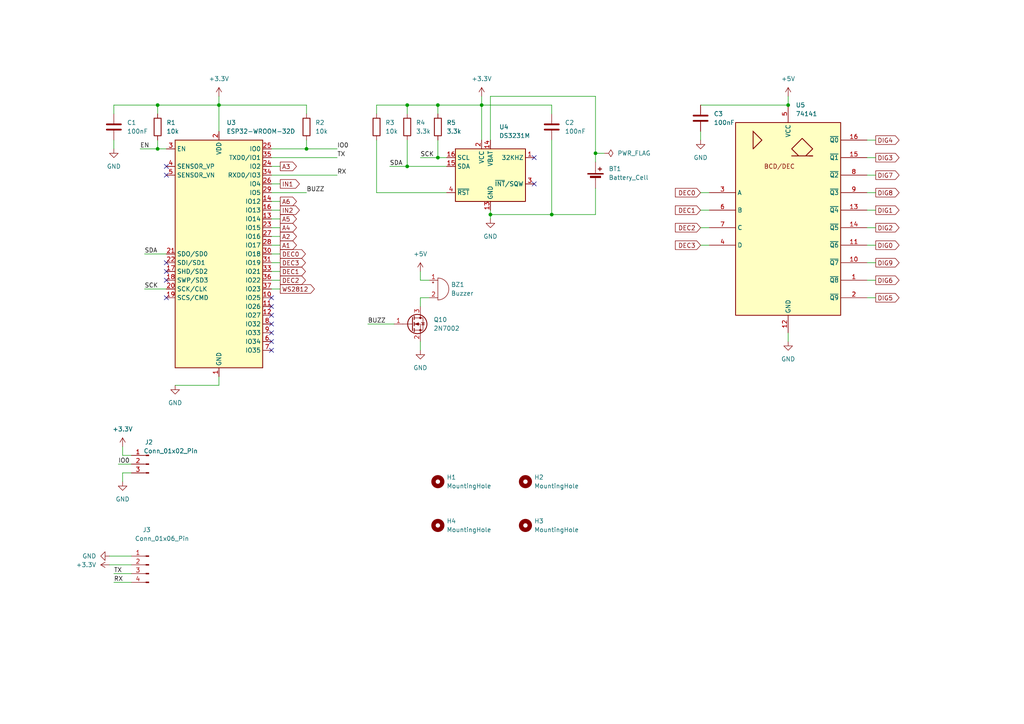
<source format=kicad_sch>
(kicad_sch (version 20230121) (generator eeschema)
  (paper "A4")
  (lib_symbols
    (symbol "74xx_IEEE:74141"
      (property "Reference" "U" (at 0 0 0))
      (property "Value" "74141" (at 15.24 -30.48 0))
      (symbol "74141_0_0"
        (polyline (pts (xy 7.112 18.288) (xy 6.096 18.288) (xy 6.096 18.288)) (stroke (width 0.254)) (fill (type background)))
        (polyline (pts (xy -10.16 25.4) (xy -10.16 20.32) (xy -7.62 22.86) (xy -10.16 25.4) (xy -10.16 25.4)) (stroke (width 0.254)) (fill (type background)))
        (polyline (pts (xy 5.08 18.288) (xy 7.112 20.32) (xy 4.064 23.368) (xy 1.016 20.32) (xy 3.048 18.288) (xy 1.016 18.288) (xy 7.112 18.288)) (stroke (width 0.254)) (fill (type background)))
        (text "BCD/DEC" (at -2.54 15.24 0) (effects (font (size 1.27 1.27))))
        (pin power_in line (at 0 -33.02 90) (length 5.08) (name "GND") (number "12"))
        (pin power_in line (at 0 33.02 270) (length 5.08) (name "VCC") (number "5"))
      )
      (symbol "74141_0_1"
        (rectangle (start -15.24 27.94) (end 15.24 -27.94) (stroke (width 0.254)) (fill (type background)))
      )
      (symbol "74141_1_1"
        (pin open_collector line (at 22.86 -17.78 180) (length 7.62) (name "~{Q8}") (number "1"))
        (pin open_collector line (at 22.86 -12.7 180) (length 7.62) (name "~{Q7}") (number "10"))
        (pin open_collector line (at 22.86 -7.62 180) (length 7.62) (name "~{Q6}") (number "11"))
        (pin open_collector line (at 22.86 2.54 180) (length 7.62) (name "~{Q4}") (number "13"))
        (pin open_collector line (at 22.86 -2.54 180) (length 7.62) (name "~{Q5}") (number "14"))
        (pin open_collector line (at 22.86 17.78 180) (length 7.62) (name "~{Q1}") (number "15"))
        (pin open_collector line (at 22.86 22.86 180) (length 7.62) (name "~{Q0}") (number "16"))
        (pin open_collector line (at 22.86 -22.86 180) (length 7.62) (name "~{Q9}") (number "2"))
        (pin input line (at -22.86 7.62 0) (length 7.62) (name "A") (number "3"))
        (pin input line (at -22.86 -7.62 0) (length 7.62) (name "D") (number "4"))
        (pin input line (at -22.86 2.54 0) (length 7.62) (name "B") (number "6"))
        (pin input line (at -22.86 -2.54 0) (length 7.62) (name "C") (number "7"))
        (pin open_collector line (at 22.86 12.7 180) (length 7.62) (name "~{Q2}") (number "8"))
        (pin open_collector line (at 22.86 7.62 180) (length 7.62) (name "~{Q3}") (number "9"))
      )
    )
    (symbol "Connector:Conn_01x03_Pin" (pin_names (offset 1.016) hide)
      (property "Reference" "J" (at 0 5.08 0))
      (property "Value" "Conn_01x03_Pin" (at 0 -5.08 0))
      (symbol "Conn_01x03_Pin_1_1"
        (polyline (pts (xy 1.27 -2.54) (xy 0.8636 -2.54)) (stroke (width 0.1524)))
        (polyline (pts (xy 1.27 0) (xy 0.8636 0)) (stroke (width 0.1524)))
        (polyline (pts (xy 1.27 2.54) (xy 0.8636 2.54)) (stroke (width 0.1524)))
        (rectangle (start 0.8636 -2.413) (end 0 -2.667) (stroke (width 0.1524)) (fill (type outline)))
        (rectangle (start 0.8636 0.127) (end 0 -0.127) (stroke (width 0.1524)) (fill (type outline)))
        (rectangle (start 0.8636 2.667) (end 0 2.413) (stroke (width 0.1524)) (fill (type outline)))
        (pin passive line (at 5.08 2.54 180) (length 3.81) (name "Pin_1") (number "1"))
        (pin passive line (at 5.08 0 180) (length 3.81) (name "Pin_2") (number "2"))
        (pin passive line (at 5.08 -2.54 180) (length 3.81) (name "Pin_3") (number "3"))
      )
    )
    (symbol "Connector:Conn_01x04_Pin" (pin_names (offset 1.016) hide)
      (property "Reference" "J" (at 0 5.08 0))
      (property "Value" "Conn_01x04_Pin" (at 0 -7.62 0))
      (symbol "Conn_01x04_Pin_1_1"
        (polyline (pts (xy 1.27 -5.08) (xy 0.8636 -5.08)) (stroke (width 0.1524)))
        (polyline (pts (xy 1.27 -2.54) (xy 0.8636 -2.54)) (stroke (width 0.1524)))
        (polyline (pts (xy 1.27 0) (xy 0.8636 0)) (stroke (width 0.1524)))
        (polyline (pts (xy 1.27 2.54) (xy 0.8636 2.54)) (stroke (width 0.1524)))
        (rectangle (start 0.8636 -4.953) (end 0 -5.207) (stroke (width 0.1524)) (fill (type outline)))
        (rectangle (start 0.8636 -2.413) (end 0 -2.667) (stroke (width 0.1524)) (fill (type outline)))
        (rectangle (start 0.8636 0.127) (end 0 -0.127) (stroke (width 0.1524)) (fill (type outline)))
        (rectangle (start 0.8636 2.667) (end 0 2.413) (stroke (width 0.1524)) (fill (type outline)))
        (pin passive line (at 5.08 2.54 180) (length 3.81) (name "Pin_1") (number "1"))
        (pin passive line (at 5.08 0 180) (length 3.81) (name "Pin_2") (number "2"))
        (pin passive line (at 5.08 -2.54 180) (length 3.81) (name "Pin_3") (number "3"))
        (pin passive line (at 5.08 -5.08 180) (length 3.81) (name "Pin_4") (number "4"))
      )
    )
    (symbol "Device:Battery_Cell" (pin_numbers hide) (pin_names (offset 0) hide)
      (property "Reference" "BT" (at 2.54 2.54 0))
      (property "Value" "Battery_Cell" (at 2.54 0 0))
      (symbol "Battery_Cell_0_1"
        (rectangle (start -2.286 1.778) (end 2.286 1.524) (fill (type outline)))
        (rectangle (start -1.524 1.016) (end 1.524 0.508) (fill (type outline)))
        (polyline (pts (xy 0 0.762) (xy 0 0)))
        (polyline (pts (xy 0 1.778) (xy 0 2.54)))
        (polyline (pts (xy 0.762 3.048) (xy 1.778 3.048)) (stroke (width 0.254)))
        (polyline (pts (xy 1.27 3.556) (xy 1.27 2.54)) (stroke (width 0.254)))
      )
      (symbol "Battery_Cell_1_1"
        (pin passive line (at 0 5.08 270) (length 2.54) (name "+") (number "1"))
        (pin passive line (at 0 -2.54 90) (length 2.54) (name "-") (number "2"))
      )
    )
    (symbol "Device:Buzzer" (pin_names (offset 0.0254) hide)
      (property "Reference" "BZ" (at 3.81 1.27 0))
      (property "Value" "Buzzer" (at 3.81 -1.27 0))
      (symbol "Buzzer_0_1"
        (arc (start 0 -3.175) (mid 3.1612 0) (end 0 3.175))
        (polyline (pts (xy -1.651 1.905) (xy -1.143 1.905)))
        (polyline (pts (xy -1.397 2.159) (xy -1.397 1.651)))
        (polyline (pts (xy 0 3.175) (xy 0 -3.175)))
      )
      (symbol "Buzzer_1_1"
        (pin passive line (at -2.54 2.54 0) (length 2.54) (name "+") (number "1"))
        (pin passive line (at -2.54 -2.54 0) (length 2.54) (name "-") (number "2"))
      )
    )
    (symbol "Device:C" (pin_numbers hide) (pin_names (offset 0.254))
      (property "Reference" "C" (at 0.635 2.54 0))
      (property "Value" "C" (at 0.635 -2.54 0))
      (symbol "C_0_1"
        (polyline (pts (xy -2.032 -0.762) (xy 2.032 -0.762)) (stroke (width 0.508)))
        (polyline (pts (xy -2.032 0.762) (xy 2.032 0.762)) (stroke (width 0.508)))
      )
      (symbol "C_1_1"
        (pin passive line (at 0 3.81 270) (length 2.794) (name "~") (number "1"))
        (pin passive line (at 0 -3.81 90) (length 2.794) (name "~") (number "2"))
      )
    )
    (symbol "Device:R" (pin_numbers hide) (pin_names (offset 0))
      (property "Reference" "R" (at 2.032 0 90))
      (property "Value" "R" (at 0 0 90))
      (symbol "R_0_1"
        (rectangle (start -1.016 -2.54) (end 1.016 2.54) (stroke (width 0.254)))
      )
      (symbol "R_1_1"
        (pin passive line (at 0 3.81 270) (length 1.27) (name "~") (number "1"))
        (pin passive line (at 0 -3.81 90) (length 1.27) (name "~") (number "2"))
      )
    )
    (symbol "Mechanical:MountingHole" (pin_names (offset 1.016))
      (property "Reference" "H" (at 0 5.08 0))
      (property "Value" "MountingHole" (at 0 3.175 0))
      (symbol "MountingHole_0_1"
        (circle (center 0 0) (radius 1.27) (stroke (width 1.27)))
      )
    )
    (symbol "RF_Module:ESP32-WROOM-32D"
      (property "Reference" "U" (at -12.7 34.29 0))
      (property "Value" "ESP32-WROOM-32D" (at 1.27 34.29 0))
      (symbol "ESP32-WROOM-32D_0_1"
        (rectangle (start -12.7 33.02) (end 12.7 -33.02) (stroke (width 0.254)) (fill (type background)))
      )
      (symbol "ESP32-WROOM-32D_1_1"
        (pin power_in line (at 0 -35.56 90) (length 2.54) (name "GND") (number "1"))
        (pin bidirectional line (at 15.24 -12.7 180) (length 2.54) (name "IO25") (number "10"))
        (pin bidirectional line (at 15.24 -15.24 180) (length 2.54) (name "IO26") (number "11"))
        (pin bidirectional line (at 15.24 -17.78 180) (length 2.54) (name "IO27") (number "12"))
        (pin bidirectional line (at 15.24 10.16 180) (length 2.54) (name "IO14") (number "13"))
        (pin bidirectional line (at 15.24 15.24 180) (length 2.54) (name "IO12") (number "14"))
        (pin passive line (at 0 -35.56 90) (length 2.54) hide (name "GND") (number "15"))
        (pin bidirectional line (at 15.24 12.7 180) (length 2.54) (name "IO13") (number "16"))
        (pin bidirectional line (at -15.24 -5.08 0) (length 2.54) (name "SHD/SD2") (number "17"))
        (pin bidirectional line (at -15.24 -7.62 0) (length 2.54) (name "SWP/SD3") (number "18"))
        (pin bidirectional line (at -15.24 -12.7 0) (length 2.54) (name "SCS/CMD") (number "19"))
        (pin power_in line (at 0 35.56 270) (length 2.54) (name "VDD") (number "2"))
        (pin bidirectional line (at -15.24 -10.16 0) (length 2.54) (name "SCK/CLK") (number "20"))
        (pin bidirectional line (at -15.24 0 0) (length 2.54) (name "SDO/SD0") (number "21"))
        (pin bidirectional line (at -15.24 -2.54 0) (length 2.54) (name "SDI/SD1") (number "22"))
        (pin bidirectional line (at 15.24 7.62 180) (length 2.54) (name "IO15") (number "23"))
        (pin bidirectional line (at 15.24 25.4 180) (length 2.54) (name "IO2") (number "24"))
        (pin bidirectional line (at 15.24 30.48 180) (length 2.54) (name "IO0") (number "25"))
        (pin bidirectional line (at 15.24 20.32 180) (length 2.54) (name "IO4") (number "26"))
        (pin bidirectional line (at 15.24 5.08 180) (length 2.54) (name "IO16") (number "27"))
        (pin bidirectional line (at 15.24 2.54 180) (length 2.54) (name "IO17") (number "28"))
        (pin bidirectional line (at 15.24 17.78 180) (length 2.54) (name "IO5") (number "29"))
        (pin input line (at -15.24 30.48 0) (length 2.54) (name "EN") (number "3"))
        (pin bidirectional line (at 15.24 0 180) (length 2.54) (name "IO18") (number "30"))
        (pin bidirectional line (at 15.24 -2.54 180) (length 2.54) (name "IO19") (number "31"))
        (pin no_connect line (at -12.7 -27.94 0) (length 2.54) hide (name "NC") (number "32"))
        (pin bidirectional line (at 15.24 -5.08 180) (length 2.54) (name "IO21") (number "33"))
        (pin bidirectional line (at 15.24 22.86 180) (length 2.54) (name "RXD0/IO3") (number "34"))
        (pin bidirectional line (at 15.24 27.94 180) (length 2.54) (name "TXD0/IO1") (number "35"))
        (pin bidirectional line (at 15.24 -7.62 180) (length 2.54) (name "IO22") (number "36"))
        (pin bidirectional line (at 15.24 -10.16 180) (length 2.54) (name "IO23") (number "37"))
        (pin passive line (at 0 -35.56 90) (length 2.54) hide (name "GND") (number "38"))
        (pin passive line (at 0 -35.56 90) (length 2.54) hide (name "GND") (number "39"))
        (pin input line (at -15.24 25.4 0) (length 2.54) (name "SENSOR_VP") (number "4"))
        (pin input line (at -15.24 22.86 0) (length 2.54) (name "SENSOR_VN") (number "5"))
        (pin input line (at 15.24 -25.4 180) (length 2.54) (name "IO34") (number "6"))
        (pin input line (at 15.24 -27.94 180) (length 2.54) (name "IO35") (number "7"))
        (pin bidirectional line (at 15.24 -20.32 180) (length 2.54) (name "IO32") (number "8"))
        (pin bidirectional line (at 15.24 -22.86 180) (length 2.54) (name "IO33") (number "9"))
      )
    )
    (symbol "Timer_RTC:DS3231M"
      (property "Reference" "U" (at -7.62 8.89 0))
      (property "Value" "DS3231M" (at 10.16 8.89 0))
      (symbol "DS3231M_0_1"
        (rectangle (start -10.16 7.62) (end 10.16 -7.62) (stroke (width 0.254)) (fill (type background)))
      )
      (symbol "DS3231M_1_1"
        (pin open_collector line (at 12.7 5.08 180) (length 2.54) (name "32KHZ") (number "1"))
        (pin passive line (at 0 -10.16 90) (length 2.54) hide (name "GND") (number "10"))
        (pin passive line (at 0 -10.16 90) (length 2.54) hide (name "GND") (number "11"))
        (pin passive line (at 0 -10.16 90) (length 2.54) hide (name "GND") (number "12"))
        (pin power_in line (at 0 -10.16 90) (length 2.54) (name "GND") (number "13"))
        (pin power_in line (at 0 10.16 270) (length 2.54) (name "VBAT") (number "14"))
        (pin bidirectional line (at -12.7 2.54 0) (length 2.54) (name "SDA") (number "15"))
        (pin input line (at -12.7 5.08 0) (length 2.54) (name "SCL") (number "16"))
        (pin power_in line (at -2.54 10.16 270) (length 2.54) (name "VCC") (number "2"))
        (pin open_collector line (at 12.7 -2.54 180) (length 2.54) (name "~{INT}/SQW") (number "3"))
        (pin bidirectional line (at -12.7 -5.08 0) (length 2.54) (name "~{RST}") (number "4"))
        (pin passive line (at 0 -10.16 90) (length 2.54) hide (name "GND") (number "5"))
        (pin passive line (at 0 -10.16 90) (length 2.54) hide (name "GND") (number "6"))
        (pin passive line (at 0 -10.16 90) (length 2.54) hide (name "GND") (number "7"))
        (pin passive line (at 0 -10.16 90) (length 2.54) hide (name "GND") (number "8"))
        (pin passive line (at 0 -10.16 90) (length 2.54) hide (name "GND") (number "9"))
      )
    )
    (symbol "Transistor_FET:2N7002" (pin_names hide)
      (property "Reference" "Q" (at 5.08 1.905 0))
      (property "Value" "2N7002" (at 5.08 0 0))
      (symbol "2N7002_0_1"
        (polyline (pts (xy 0.254 0) (xy -2.54 0)))
        (polyline (pts (xy 0.254 1.905) (xy 0.254 -1.905)) (stroke (width 0.254)))
        (polyline (pts (xy 0.762 -1.27) (xy 0.762 -2.286)) (stroke (width 0.254)))
        (polyline (pts (xy 0.762 0.508) (xy 0.762 -0.508)) (stroke (width 0.254)))
        (polyline (pts (xy 0.762 2.286) (xy 0.762 1.27)) (stroke (width 0.254)))
        (polyline (pts (xy 2.54 2.54) (xy 2.54 1.778)))
        (polyline (pts (xy 2.54 -2.54) (xy 2.54 0) (xy 0.762 0)))
        (polyline (pts (xy 0.762 -1.778) (xy 3.302 -1.778) (xy 3.302 1.778) (xy 0.762 1.778)))
        (polyline (pts (xy 1.016 0) (xy 2.032 0.381) (xy 2.032 -0.381) (xy 1.016 0)) (fill (type outline)))
        (polyline (pts (xy 2.794 0.508) (xy 2.921 0.381) (xy 3.683 0.381) (xy 3.81 0.254)))
        (polyline (pts (xy 3.302 0.381) (xy 2.921 -0.254) (xy 3.683 -0.254) (xy 3.302 0.381)))
        (circle (center 1.651 0) (radius 2.794) (stroke (width 0.254)))
        (circle (center 2.54 -1.778) (radius 0.254) (fill (type outline)))
        (circle (center 2.54 1.778) (radius 0.254) (fill (type outline)))
      )
      (symbol "2N7002_1_1"
        (pin input line (at -5.08 0 0) (length 2.54) (name "G") (number "1"))
        (pin passive line (at 2.54 -5.08 90) (length 2.54) (name "S") (number "2"))
        (pin passive line (at 2.54 5.08 270) (length 2.54) (name "D") (number "3"))
      )
    )
    (symbol "power:+3.3V" (power) (pin_names (offset 0))
      (property "Value" "+3.3V" (at 0 3.556 0))
      (symbol "+3.3V_0_1"
        (polyline (pts (xy -0.762 1.27) (xy 0 2.54)))
        (polyline (pts (xy 0 0) (xy 0 2.54)))
        (polyline (pts (xy 0 2.54) (xy 0.762 1.27)))
      )
      (symbol "+3.3V_1_1"
        (pin power_in line (at 0 0 90) (length 0) hide (name "+3.3V") (number "1"))
      )
    )
    (symbol "power:+5V" (power) (pin_names (offset 0))
      (property "Value" "+5V" (at 0 3.556 0))
      (symbol "+5V_0_1"
        (polyline (pts (xy -0.762 1.27) (xy 0 2.54)))
        (polyline (pts (xy 0 0) (xy 0 2.54)))
        (polyline (pts (xy 0 2.54) (xy 0.762 1.27)))
      )
      (symbol "+5V_1_1"
        (pin power_in line (at 0 0 90) (length 0) hide (name "+5V") (number "1"))
      )
    )
    (symbol "power:GND" (power) (pin_names (offset 0))
      (property "Value" "GND" (at 0 -3.81 0))
      (symbol "GND_0_1"
        (polyline (pts (xy 0 0) (xy 0 -1.27) (xy 1.27 -1.27) (xy 0 -2.54) (xy -1.27 -1.27) (xy 0 -1.27)))
      )
      (symbol "GND_1_1"
        (pin power_in line (at 0 0 270) (length 0) hide (name "GND") (number "1"))
      )
    )
    (symbol "power:PWR_FLAG" (power) (pin_numbers hide) (pin_names (offset 0) hide)
      (property "Value" "PWR_FLAG" (at 0 3.81 0))
      (symbol "PWR_FLAG_0_0"
        (pin power_out line (at 0 0 90) (length 0) (name "pwr") (number "1"))
      )
      (symbol "PWR_FLAG_0_1"
        (polyline (pts (xy 0 0) (xy 0 1.27) (xy -1.016 1.905) (xy 0 2.54) (xy 1.016 1.905) (xy 0 1.27)))
      )
    )
  )
  (junction (at 139.7 30.48))
  (junction (at 127 45.72))
  (junction (at 172.72 44.45))
  (junction (at 228.6 30.48))
  (junction (at 118.11 48.26))
  (junction (at 118.11 30.48))
  (junction (at 142.24 62.23))
  (junction (at 45.72 30.48))
  (junction (at 63.5 30.48))
  (junction (at 127 30.48))
  (junction (at 88.9 43.18))
  (junction (at 45.72 43.18))
  (junction (at 160.02 62.23))
  (no_connect (at 48.26 48.26))
  (no_connect (at 154.94 53.34))
  (no_connect (at 78.74 99.06))
  (no_connect (at 48.26 76.2))
  (no_connect (at 48.26 50.8))
  (no_connect (at 78.74 86.36))
  (no_connect (at 48.26 81.28))
  (no_connect (at 78.74 101.6))
  (no_connect (at 78.74 91.44))
  (no_connect (at 78.74 88.9))
  (no_connect (at 78.74 93.98))
  (no_connect (at 48.26 78.74))
  (no_connect (at 154.94 45.72))
  (no_connect (at 48.26 86.36))
  (no_connect (at 78.74 96.52))
  (wire (pts (xy 251.46 71.12) (xy 254 71.12)))
  (wire (pts (xy 78.74 63.5) (xy 81.28 63.5)))
  (wire (pts (xy 78.74 60.96) (xy 81.28 60.96)))
  (wire (pts (xy 251.46 60.96) (xy 254 60.96)))
  (wire (pts (xy 121.92 45.72) (xy 127 45.72)))
  (wire (pts (xy 78.74 50.8) (xy 97.79 50.8)))
  (wire (pts (xy 109.22 30.48) (xy 109.22 33.02)))
  (wire (pts (xy 78.74 66.04) (xy 81.28 66.04)))
  (wire (pts (xy 118.11 48.26) (xy 129.54 48.26)))
  (wire (pts (xy 172.72 44.45) (xy 172.72 27.94)))
  (wire (pts (xy 142.24 60.96) (xy 142.24 62.23)))
  (wire (pts (xy 139.7 27.94) (xy 139.7 30.48)))
  (wire (pts (xy 118.11 30.48) (xy 118.11 33.02)))
  (wire (pts (xy 121.92 86.36) (xy 121.92 88.9)))
  (wire (pts (xy 78.74 45.72) (xy 97.79 45.72)))
  (wire (pts (xy 139.7 30.48) (xy 160.02 30.48)))
  (wire (pts (xy 203.2 30.48) (xy 228.6 30.48)))
  (wire (pts (xy 78.74 55.88) (xy 88.9 55.88)))
  (wire (pts (xy 160.02 62.23) (xy 142.24 62.23)))
  (wire (pts (xy 33.02 166.37) (xy 38.1 166.37)))
  (wire (pts (xy 109.22 30.48) (xy 118.11 30.48)))
  (wire (pts (xy 251.46 86.36) (xy 254 86.36)))
  (wire (pts (xy 63.5 109.22) (xy 63.5 111.76)))
  (wire (pts (xy 31.75 163.83) (xy 38.1 163.83)))
  (wire (pts (xy 78.74 58.42) (xy 81.28 58.42)))
  (wire (pts (xy 172.72 27.94) (xy 142.24 27.94)))
  (wire (pts (xy 33.02 30.48) (xy 45.72 30.48)))
  (wire (pts (xy 40.64 43.18) (xy 45.72 43.18)))
  (wire (pts (xy 251.46 50.8) (xy 254 50.8)))
  (wire (pts (xy 203.2 38.1) (xy 203.2 40.64)))
  (wire (pts (xy 172.72 54.61) (xy 172.72 62.23)))
  (wire (pts (xy 41.91 83.82) (xy 48.26 83.82)))
  (wire (pts (xy 34.29 134.62) (xy 38.1 134.62)))
  (wire (pts (xy 78.74 78.74) (xy 81.28 78.74)))
  (wire (pts (xy 124.46 86.36) (xy 121.92 86.36)))
  (wire (pts (xy 160.02 33.02) (xy 160.02 30.48)))
  (wire (pts (xy 88.9 30.48) (xy 63.5 30.48)))
  (wire (pts (xy 109.22 55.88) (xy 129.54 55.88)))
  (wire (pts (xy 251.46 40.64) (xy 254 40.64)))
  (wire (pts (xy 172.72 46.99) (xy 172.72 44.45)))
  (wire (pts (xy 63.5 30.48) (xy 63.5 38.1)))
  (wire (pts (xy 33.02 40.64) (xy 33.02 43.18)))
  (wire (pts (xy 33.02 33.02) (xy 33.02 30.48)))
  (wire (pts (xy 33.02 168.91) (xy 38.1 168.91)))
  (wire (pts (xy 78.74 71.12) (xy 81.28 71.12)))
  (wire (pts (xy 251.46 55.88) (xy 254 55.88)))
  (wire (pts (xy 203.2 71.12) (xy 205.74 71.12)))
  (wire (pts (xy 31.75 161.29) (xy 38.1 161.29)))
  (wire (pts (xy 203.2 66.04) (xy 205.74 66.04)))
  (wire (pts (xy 35.56 139.7) (xy 35.56 137.16)))
  (wire (pts (xy 142.24 27.94) (xy 142.24 40.64)))
  (wire (pts (xy 88.9 33.02) (xy 88.9 30.48)))
  (wire (pts (xy 251.46 66.04) (xy 254 66.04)))
  (wire (pts (xy 203.2 60.96) (xy 205.74 60.96)))
  (wire (pts (xy 127 45.72) (xy 129.54 45.72)))
  (wire (pts (xy 38.1 132.08) (xy 35.56 132.08)))
  (wire (pts (xy 78.74 48.26) (xy 81.28 48.26)))
  (wire (pts (xy 78.74 76.2) (xy 81.28 76.2)))
  (wire (pts (xy 88.9 40.64) (xy 88.9 43.18)))
  (wire (pts (xy 139.7 30.48) (xy 139.7 40.64)))
  (wire (pts (xy 172.72 62.23) (xy 160.02 62.23)))
  (wire (pts (xy 113.03 48.26) (xy 118.11 48.26)))
  (wire (pts (xy 45.72 30.48) (xy 63.5 30.48)))
  (wire (pts (xy 78.74 83.82) (xy 81.28 83.82)))
  (wire (pts (xy 228.6 27.94) (xy 228.6 30.48)))
  (wire (pts (xy 88.9 43.18) (xy 97.79 43.18)))
  (wire (pts (xy 78.74 81.28) (xy 81.28 81.28)))
  (wire (pts (xy 121.92 81.28) (xy 124.46 81.28)))
  (wire (pts (xy 127 30.48) (xy 127 33.02)))
  (wire (pts (xy 45.72 30.48) (xy 45.72 33.02)))
  (wire (pts (xy 127 30.48) (xy 139.7 30.48)))
  (wire (pts (xy 251.46 45.72) (xy 254 45.72)))
  (wire (pts (xy 121.92 99.06) (xy 121.92 101.6)))
  (wire (pts (xy 63.5 111.76) (xy 50.8 111.76)))
  (wire (pts (xy 41.91 73.66) (xy 48.26 73.66)))
  (wire (pts (xy 251.46 76.2) (xy 254 76.2)))
  (wire (pts (xy 127 40.64) (xy 127 45.72)))
  (wire (pts (xy 121.92 78.74) (xy 121.92 81.28)))
  (wire (pts (xy 35.56 132.08) (xy 35.56 129.54)))
  (wire (pts (xy 78.74 53.34) (xy 81.28 53.34)))
  (wire (pts (xy 63.5 27.94) (xy 63.5 30.48)))
  (wire (pts (xy 106.68 93.98) (xy 114.3 93.98)))
  (wire (pts (xy 172.72 44.45) (xy 175.26 44.45)))
  (wire (pts (xy 78.74 43.18) (xy 88.9 43.18)))
  (wire (pts (xy 118.11 40.64) (xy 118.11 48.26)))
  (wire (pts (xy 203.2 55.88) (xy 205.74 55.88)))
  (wire (pts (xy 160.02 40.64) (xy 160.02 62.23)))
  (wire (pts (xy 45.72 40.64) (xy 45.72 43.18)))
  (wire (pts (xy 45.72 43.18) (xy 48.26 43.18)))
  (wire (pts (xy 251.46 81.28) (xy 254 81.28)))
  (wire (pts (xy 78.74 68.58) (xy 81.28 68.58)))
  (wire (pts (xy 228.6 96.52) (xy 228.6 99.06)))
  (wire (pts (xy 109.22 40.64) (xy 109.22 55.88)))
  (wire (pts (xy 118.11 30.48) (xy 127 30.48)))
  (wire (pts (xy 35.56 137.16) (xy 38.1 137.16)))
  (wire (pts (xy 142.24 62.23) (xy 142.24 63.5)))
  (wire (pts (xy 78.74 73.66) (xy 81.28 73.66)))
  (label "TX" (at 33.02 166.37 0))
  (label "SDA" (at 113.03 48.26 0))
  (label "SCK" (at 121.92 45.72 0))
  (label "BUZZ" (at 106.68 93.98 0))
  (label "IO0" (at 97.79 43.18 0))
  (label "BUZZ" (at 88.9 55.88 0))
  (label "TX" (at 97.79 45.72 0))
  (label "EN" (at 40.64 43.18 0))
  (label "SCK" (at 41.91 83.82 0))
  (label "IO0" (at 34.29 134.62 0))
  (label "RX" (at 33.02 168.91 0))
  (label "RX" (at 97.79 50.8 0))
  (label "SDA" (at 41.91 73.66 0))
  (global_label "DIG9" (shape output) (at 254 76.2 0) (property "Intersheetrefs" "${INTERSHEET_REFS}" (effects hide)))
  (global_label "IN2" (shape output) (at 81.28 60.96 0) (property "Intersheetrefs" "${INTERSHEET_REFS}" (effects hide)))
  (global_label "DEC3" (shape output) (at 81.28 76.2 0) (property "Intersheetrefs" "${INTERSHEET_REFS}" (effects hide)))
  (global_label "DIG0" (shape output) (at 254 71.12 0) (property "Intersheetrefs" "${INTERSHEET_REFS}" (effects hide)))
  (global_label "DIG7" (shape output) (at 254 50.8 0) (property "Intersheetrefs" "${INTERSHEET_REFS}" (effects hide)))
  (global_label "DIG3" (shape output) (at 254 45.72 0) (property "Intersheetrefs" "${INTERSHEET_REFS}" (effects hide)))
  (global_label "A1" (shape output) (at 81.28 71.12 0) (property "Intersheetrefs" "${INTERSHEET_REFS}" (effects hide)))
  (global_label "DIG8" (shape output) (at 254 55.88 0) (property "Intersheetrefs" "${INTERSHEET_REFS}" (effects hide)))
  (global_label "DEC2" (shape input) (at 203.2 66.04 180) (property "Intersheetrefs" "${INTERSHEET_REFS}" (effects hide)))
  (global_label "IN1" (shape output) (at 81.28 53.34 0) (property "Intersheetrefs" "${INTERSHEET_REFS}" (effects hide)))
  (global_label "A5" (shape output) (at 81.28 63.5 0) (property "Intersheetrefs" "${INTERSHEET_REFS}" (effects hide)))
  (global_label "DEC1" (shape output) (at 81.28 78.74 0) (property "Intersheetrefs" "${INTERSHEET_REFS}" (effects hide)))
  (global_label "DIG1" (shape output) (at 254 60.96 0) (property "Intersheetrefs" "${INTERSHEET_REFS}" (effects hide)))
  (global_label "DIG2" (shape output) (at 254 66.04 0) (property "Intersheetrefs" "${INTERSHEET_REFS}" (effects hide)))
  (global_label "DEC1" (shape input) (at 203.2 60.96 180) (property "Intersheetrefs" "${INTERSHEET_REFS}" (effects hide)))
  (global_label "DEC0" (shape input) (at 203.2 55.88 180) (property "Intersheetrefs" "${INTERSHEET_REFS}" (effects hide)))
  (global_label "DEC2" (shape output) (at 81.28 81.28 0) (property "Intersheetrefs" "${INTERSHEET_REFS}" (effects hide)))
  (global_label "DIG4" (shape output) (at 254 40.64 0) (property "Intersheetrefs" "${INTERSHEET_REFS}" (effects hide)))
  (global_label "DIG6" (shape output) (at 254 81.28 0) (property "Intersheetrefs" "${INTERSHEET_REFS}" (effects hide)))
  (global_label "WS2812" (shape output) (at 81.28 83.82 0) (property "Intersheetrefs" "${INTERSHEET_REFS}" (effects hide)))
  (global_label "A2" (shape output) (at 81.28 68.58 0) (property "Intersheetrefs" "${INTERSHEET_REFS}" (effects hide)))
  (global_label "DIG5" (shape output) (at 254 86.36 0) (property "Intersheetrefs" "${INTERSHEET_REFS}" (effects hide)))
  (global_label "A3" (shape output) (at 81.28 48.26 0) (property "Intersheetrefs" "${INTERSHEET_REFS}" (effects hide)))
  (global_label "A6" (shape output) (at 81.28 58.42 0) (property "Intersheetrefs" "${INTERSHEET_REFS}" (effects hide)))
  (global_label "A4" (shape output) (at 81.28 66.04 0) (property "Intersheetrefs" "${INTERSHEET_REFS}" (effects hide)))
  (global_label "DEC0" (shape output) (at 81.28 73.66 0) (property "Intersheetrefs" "${INTERSHEET_REFS}" (effects hide)))
  (global_label "DEC3" (shape input) (at 203.2 71.12 180) (property "Intersheetrefs" "${INTERSHEET_REFS}" (effects hide)))
  (symbol (lib_id "Device:Battery_Cell") (at 172.72 52.07 0) (unit 1)
    (property "Reference" "BT1" (at 176.53 48.9585 0) (effects (justify left)))
    (property "Value" "Battery_Cell" (at 176.53 51.4985 0) (effects (justify left)))
    (property "Footprint" "project_library:CR1220_battery_holder" (effects hide))
  )
  (symbol (lib_id "power:GND") (at 203.2 40.64 0) (unit 1)
    (property "Reference" "#PWR020" (effects hide))
    (property "Value" "GND" (at 203.2 45.72 0))
  )
  (symbol (lib_id "Device:C") (at 33.02 36.83 0) (unit 1)
    (property "Reference" "C1" (at 36.83 35.56 0) (effects (justify left)))
    (property "Value" "100nF" (at 36.83 38.1 0) (effects (justify left)))
    (property "Footprint" "Capacitor_SMD:C_0805_2012Metric_Pad1.18x1.45mm_HandSolder" (effects hide))
  )
  (symbol (lib_id "Mechanical:MountingHole") (at 152.4 152.4 0) (unit 1)
    (property "Reference" "H3" (at 154.94 151.13 0) (effects (justify left)))
    (property "Value" "MountingHole" (at 154.94 153.67 0) (effects (justify left)))
    (property "Footprint" "MountingHole:MountingHole_3.2mm_M3" (effects hide))
  )
  (symbol (lib_id "RF_Module:ESP32-WROOM-32D") (at 63.5 73.66 0) (unit 1)
    (property "Reference" "U3" (at 65.6941 35.56 0) (effects (justify left)))
    (property "Value" "ESP32-WROOM-32D" (at 65.6941 38.1 0) (effects (justify left)))
    (property "Footprint" "RF_Module:ESP32-WROOM-32D" (effects hide))
    (property "Datasheet" "https://www.espressif.com/sites/default/files/documentation/esp32-wroom-32d_esp32-wroom-32u_datasheet_en.pdf" (effects hide))
  )
  (symbol (lib_id "Timer_RTC:DS3231M") (at 142.24 50.8 0) (unit 1)
    (property "Reference" "U4" (at 144.78 36.83 0) (effects (justify left)))
    (property "Value" "DS3231M" (at 144.78 39.37 0) (effects (justify left)))
    (property "Footprint" "Package_SO:SOIC-16W_7.5x10.3mm_P1.27mm" (effects hide))
    (property "Datasheet" "http://datasheets.maximintegrated.com/en/ds/DS3231.pdf" (effects hide))
  )
  (symbol (lib_id "Transistor_FET:2N7002") (at 119.38 93.98 0) (unit 1)
    (property "Reference" "Q10" (at 125.73 92.71 0) (effects (justify left)))
    (property "Value" "2N7002" (at 125.73 95.25 0) (effects (justify left)))
    (property "Footprint" "Package_TO_SOT_SMD:SOT-23" (effects hide))
    (property "Datasheet" "https://www.onsemi.com/pub/Collateral/NDS7002A-D.PDF" (effects hide))
  )
  (symbol (lib_id "power:+3.3V") (at 63.5 27.94 0) (unit 1)
    (property "Reference" "#PWR08" (effects hide))
    (property "Value" "+3.3V" (at 63.5 22.86 0))
  )
  (symbol (lib_id "power:+5V") (at 121.92 78.74 0) (unit 1)
    (property "Reference" "#PWR030" (effects hide))
    (property "Value" "+5V" (at 121.92 73.66 0))
  )
  (symbol (lib_id "Device:R") (at 127 36.83 0) (unit 1)
    (property "Reference" "R5" (at 129.54 35.56 0) (effects (justify left)))
    (property "Value" "3.3k" (at 129.54 38.1 0) (effects (justify left)))
    (property "Footprint" "Resistor_SMD:R_0805_2012Metric_Pad1.20x1.40mm_HandSolder" (effects hide))
  )
  (symbol (lib_id "Mechanical:MountingHole") (at 127 152.4 0) (unit 1)
    (property "Reference" "H4" (at 129.54 151.13 0) (effects (justify left)))
    (property "Value" "MountingHole" (at 129.54 153.67 0) (effects (justify left)))
    (property "Footprint" "MountingHole:MountingHole_3.2mm_M3" (effects hide))
  )
  (symbol (lib_id "power:GND") (at 35.56 139.7 0) (unit 1)
    (property "Reference" "#PWR012" (effects hide))
    (property "Value" "GND" (at 35.56 144.78 0))
  )
  (symbol (lib_id "Mechanical:MountingHole") (at 152.4 139.7 0) (unit 1)
    (property "Reference" "H2" (at 154.94 138.43 0) (effects (justify left)))
    (property "Value" "MountingHole" (at 154.94 140.97 0) (effects (justify left)))
    (property "Footprint" "MountingHole:MountingHole_3.2mm_M3" (effects hide))
  )
  (symbol (lib_id "power:GND") (at 121.92 101.6 0) (unit 1)
    (property "Reference" "#PWR031" (effects hide))
    (property "Value" "GND" (at 121.92 106.68 0))
  )
  (symbol (lib_id "power:+3.3V") (at 139.7 27.94 0) (unit 1)
    (property "Reference" "#PWR011" (effects hide))
    (property "Value" "+3.3V" (at 139.7 22.86 0))
  )
  (symbol (lib_id "Device:R") (at 109.22 36.83 0) (unit 1)
    (property "Reference" "R3" (at 111.76 35.56 0) (effects (justify left)))
    (property "Value" "10k" (at 111.76 38.1 0) (effects (justify left)))
    (property "Footprint" "Resistor_SMD:R_0805_2012Metric_Pad1.20x1.40mm_HandSolder" (effects hide))
  )
  (symbol (lib_id "power:+3.3V") (at 31.75 163.83 90) (unit 1)
    (property "Reference" "#PWR014" (effects hide))
    (property "Value" "+3.3V" (at 27.94 163.83 90) (effects (justify left)))
  )
  (symbol (lib_id "Connector:Conn_01x04_Pin") (at 43.18 163.83 0) (mirror y) (unit 1)
    (property "Reference" "J3" (at 42.545 153.67 0))
    (property "Value" "Conn_01x06_Pin" (at 46.99 156.21 0))
    (property "Footprint" "Connector_PinHeader_2.54mm:PinHeader_1x04_P2.54mm_Vertical" (effects hide))
  )
  (symbol (lib_id "power:GND") (at 33.02 43.18 0) (unit 1)
    (property "Reference" "#PWR019" (effects hide))
    (property "Value" "GND" (at 33.02 48.26 0))
  )
  (symbol (lib_id "Device:R") (at 45.72 36.83 0) (unit 1)
    (property "Reference" "R1" (at 48.26 35.56 0) (effects (justify left)))
    (property "Value" "10k" (at 48.26 38.1 0) (effects (justify left)))
    (property "Footprint" "Resistor_SMD:R_0805_2012Metric_Pad1.20x1.40mm_HandSolder" (effects hide))
  )
  (symbol (lib_id "Device:R") (at 118.11 36.83 0) (unit 1)
    (property "Reference" "R4" (at 120.65 35.56 0) (effects (justify left)))
    (property "Value" "3.3k" (at 120.65 38.1 0) (effects (justify left)))
    (property "Footprint" "Resistor_SMD:R_0805_2012Metric_Pad1.20x1.40mm_HandSolder" (effects hide))
  )
  (symbol (lib_id "Device:Buzzer") (at 127 83.82 0) (unit 1)
    (property "Reference" "BZ1" (at 130.81 82.55 0) (effects (justify left)))
    (property "Value" "Buzzer" (at 130.81 85.09 0) (effects (justify left)))
    (property "Footprint" "Buzzer_Beeper:MagneticBuzzer_PUI_AT-0927-TT-6-R" (effects hide))
  )
  (symbol (lib_id "power:GND") (at 228.6 99.06 0) (unit 1)
    (property "Reference" "#PWR023" (effects hide))
    (property "Value" "GND" (at 228.6 104.14 0))
  )
  (symbol (lib_id "74xx_IEEE:74141") (at 228.6 63.5 0) (unit 1)
    (property "Reference" "U5" (at 230.7941 30.48 0) (effects (justify left)))
    (property "Value" "74141" (at 230.7941 33.02 0) (effects (justify left)))
    (property "Footprint" "Package_DIP:DIP-16_W7.62mm" (effects hide))
  )
  (symbol (lib_id "Mechanical:MountingHole") (at 127 139.7 0) (unit 1)
    (property "Reference" "H1" (at 129.54 138.43 0) (effects (justify left)))
    (property "Value" "MountingHole" (at 129.54 140.97 0) (effects (justify left)))
    (property "Footprint" "MountingHole:MountingHole_3.2mm_M3" (effects hide))
  )
  (symbol (lib_id "Device:C") (at 203.2 34.29 0) (unit 1)
    (property "Reference" "C3" (at 207.01 33.02 0) (effects (justify left)))
    (property "Value" "100nF" (at 207.01 35.56 0) (effects (justify left)))
    (property "Footprint" "Capacitor_SMD:C_0805_2012Metric_Pad1.18x1.45mm_HandSolder" (effects hide))
  )
  (symbol (lib_id "Connector:Conn_01x03_Pin") (at 43.18 134.62 0) (mirror y) (unit 1)
    (property "Reference" "J2" (at 43.18 128.27 0))
    (property "Value" "Conn_01x02_Pin" (at 49.53 130.81 0))
    (property "Footprint" "Connector_PinHeader_2.54mm:PinHeader_1x03_P2.54mm_Vertical" (effects hide))
  )
  (symbol (lib_id "power:+5V") (at 228.6 27.94 0) (unit 1)
    (property "Reference" "#PWR024" (effects hide))
    (property "Value" "+5V" (at 228.6 22.86 0))
  )
  (symbol (lib_id "power:GND") (at 142.24 63.5 0) (unit 1)
    (property "Reference" "#PWR010" (effects hide))
    (property "Value" "GND" (at 142.24 68.58 0))
  )
  (symbol (lib_id "Device:R") (at 88.9 36.83 0) (unit 1)
    (property "Reference" "R2" (at 91.44 35.56 0) (effects (justify left)))
    (property "Value" "10k" (at 91.44 38.1 0) (effects (justify left)))
    (property "Footprint" "Resistor_SMD:R_0805_2012Metric_Pad1.20x1.40mm_HandSolder" (effects hide))
  )
  (symbol (lib_id "Device:C") (at 160.02 36.83 0) (unit 1)
    (property "Reference" "C2" (at 163.83 35.56 0) (effects (justify left)))
    (property "Value" "100nF" (at 163.83 38.1 0) (effects (justify left)))
    (property "Footprint" "Capacitor_SMD:C_0805_2012Metric_Pad1.18x1.45mm_HandSolder" (effects hide))
  )
  (symbol (lib_id "power:GND") (at 50.8 111.76 0) (unit 1)
    (property "Reference" "#PWR09" (effects hide))
    (property "Value" "GND" (at 50.8 116.84 0))
  )
  (symbol (lib_id "power:GND") (at 31.75 161.29 270) (unit 1)
    (property "Reference" "#PWR013" (effects hide))
    (property "Value" "GND" (at 27.94 161.29 90) (effects (justify right)))
  )
  (symbol (lib_id "power:+3.3V") (at 35.56 129.54 0) (unit 1)
    (property "Reference" "#PWR032" (effects hide))
    (property "Value" "+3.3V" (at 35.56 124.46 0))
  )
  (symbol (lib_id "power:PWR_FLAG") (at 175.26 44.45 270) (unit 1)
    (property "Reference" "#FLG03" (effects hide))
    (property "Value" "PWR_FLAG" (at 179.07 44.45 90) (effects (justify left)))
  )
)
</source>
